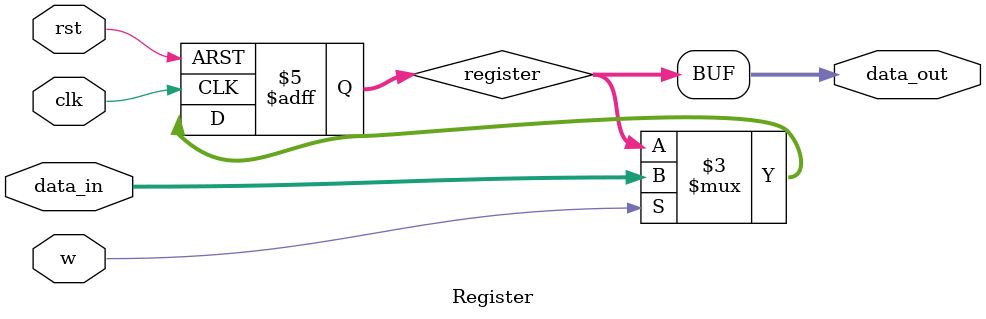
<source format=v>
`timescale 1ns / 1ps


module Register(
    input clk,
    input rst,
    input [31:0] data_in,
    input w,
    output [31:0] data_out
    );
    reg [31:0] register;
    always @(negedge clk or posedge rst)
        if(rst)
            register=32'd0;
        else if(w)
            register=data_in;
        else
            register=register;
    assign data_out=register;
    
endmodule

</source>
